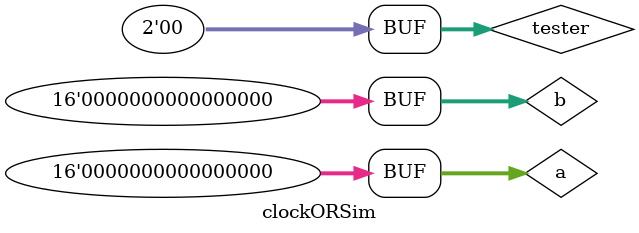
<source format=sv>
`timescale 1ns / 1ps


module clockORSim(

    );
    logic [15:0] a = '0;
    logic [15:0] b = '0;
    wire [1:0] tester = (a == 0) ? 2'b00 : (b > 0) ? 2'b01 : 2'b11;
    
    initial begin
        #2
        a <= a+1;
        #2
        b <= b+1;
        #2
        a <= '0;
    end
endmodule

</source>
